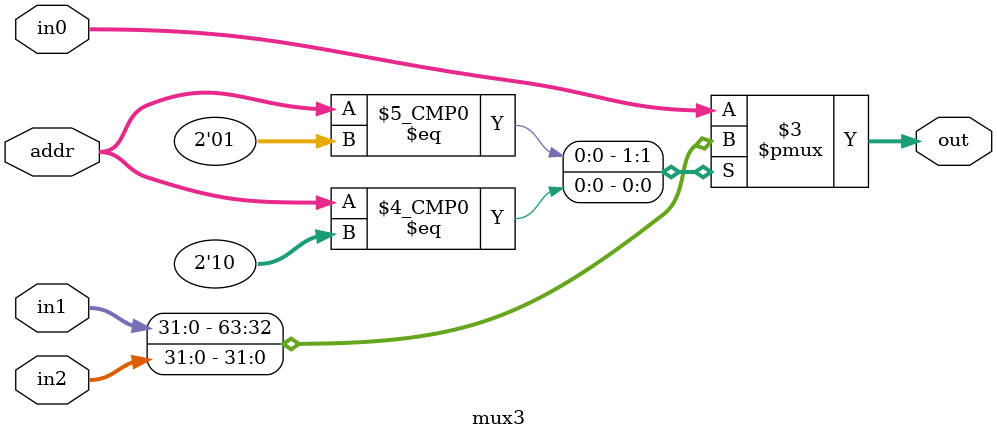
<source format=v>
module mux3 (in0, in1, in2, addr, out);
    // three to one
    input[31:0] in0, in1, in2;
    input[1:0] addr;
    output reg [31:0] out;

    always@(*)
    begin
        case (addr)
            2'd0: out = in0;
            2'd1: out = in1;
            2'd2: out = in2;
            default: out = in0;
        endcase
    end
endmodule
</source>
